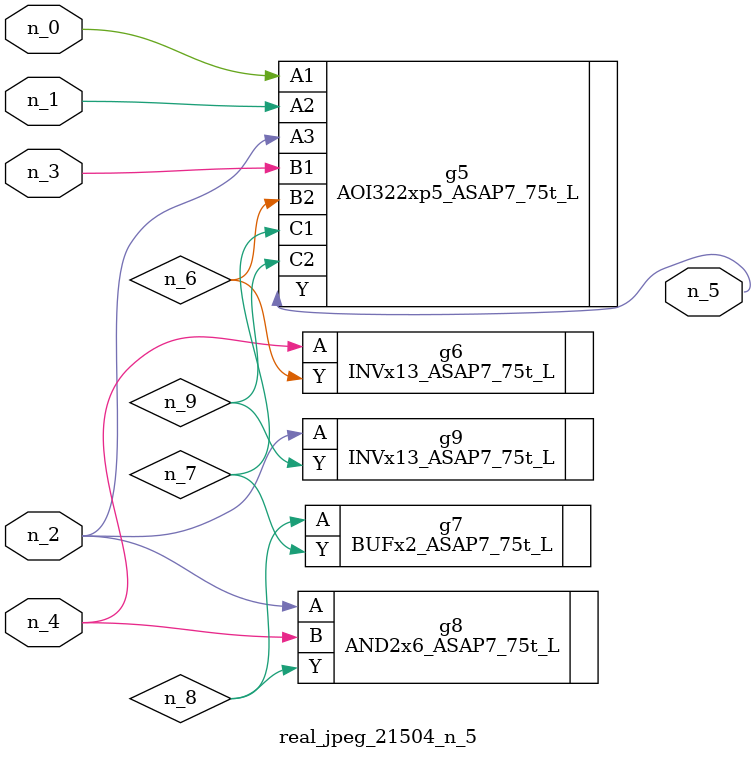
<source format=v>
module real_jpeg_21504_n_5 (n_4, n_0, n_1, n_2, n_3, n_5);

input n_4;
input n_0;
input n_1;
input n_2;
input n_3;

output n_5;

wire n_8;
wire n_6;
wire n_7;
wire n_9;

AOI322xp5_ASAP7_75t_L g5 ( 
.A1(n_0),
.A2(n_1),
.A3(n_2),
.B1(n_3),
.B2(n_6),
.C1(n_7),
.C2(n_9),
.Y(n_5)
);

AND2x6_ASAP7_75t_L g8 ( 
.A(n_2),
.B(n_4),
.Y(n_8)
);

INVx13_ASAP7_75t_L g9 ( 
.A(n_2),
.Y(n_9)
);

INVx13_ASAP7_75t_L g6 ( 
.A(n_4),
.Y(n_6)
);

BUFx2_ASAP7_75t_L g7 ( 
.A(n_8),
.Y(n_7)
);


endmodule
</source>
